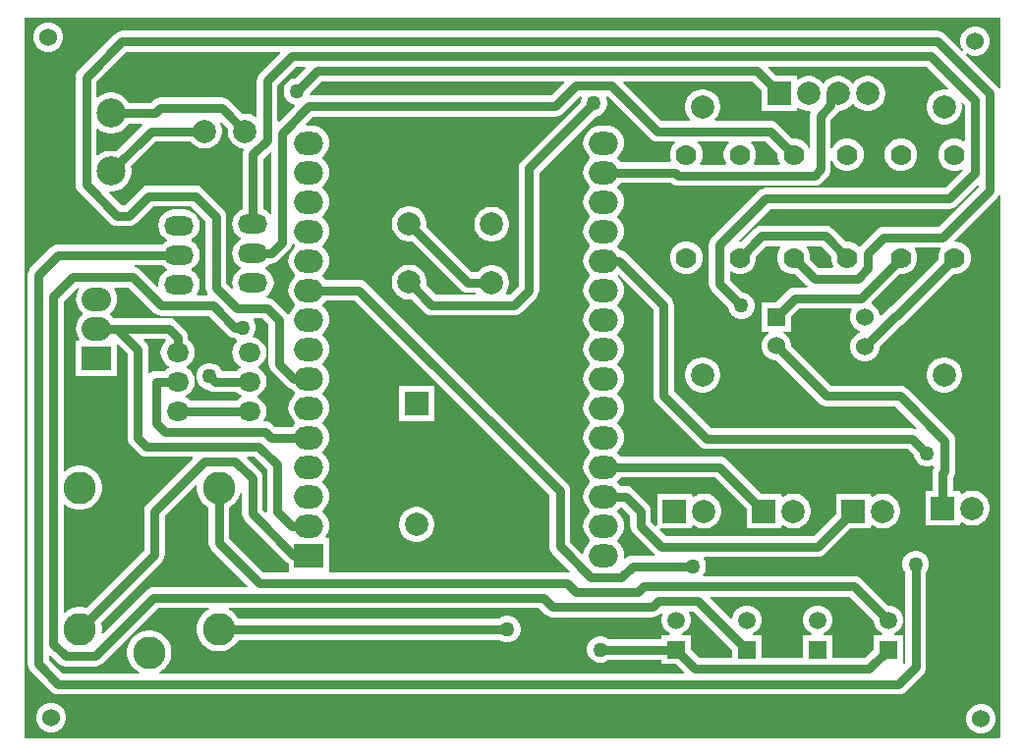
<source format=gbl>
G04*
G04 #@! TF.GenerationSoftware,Altium Limited,Altium Designer,21.3.2 (30)*
G04*
G04 Layer_Physical_Order=2*
G04 Layer_Color=16711680*
%FSTAX24Y24*%
%MOIN*%
G70*
G04*
G04 #@! TF.SameCoordinates,FD8D8422-8178-4DE3-8D18-A0C0927E7843*
G04*
G04*
G04 #@! TF.FilePolarity,Positive*
G04*
G01*
G75*
%ADD43C,0.0300*%
%ADD44C,0.0600*%
%ADD45C,0.0984*%
%ADD46O,0.0750X0.0650*%
%ADD47O,0.1000X0.0660*%
%ADD48R,0.1000X0.0800*%
%ADD49O,0.1000X0.0800*%
%ADD50R,0.0787X0.0787*%
%ADD51C,0.0787*%
%ADD52C,0.0787*%
%ADD53C,0.0700*%
%ADD54O,0.0984X0.0787*%
%ADD55R,0.0984X0.0787*%
%ADD56R,0.0591X0.0591*%
%ADD57C,0.0591*%
%ADD58C,0.1100*%
%ADD59R,0.0600X0.0600*%
%ADD60R,0.0787X0.0787*%
%ADD61C,0.0500*%
G36*
X06095Y041378D02*
X060928Y041367D01*
X0609Y041364D01*
X06085Y04143D01*
X059779Y0425D01*
X05981Y04254D01*
X059907Y042484D01*
X060034Y04245D01*
X060166D01*
X060293Y042484D01*
X060407Y04255D01*
X0605Y042643D01*
X060566Y042757D01*
X0606Y042884D01*
Y043016D01*
X060566Y043143D01*
X0605Y043257D01*
X060407Y04335D01*
X060293Y043416D01*
X060166Y04345D01*
X060034D01*
X059907Y043416D01*
X059793Y04335D01*
X0597Y043257D01*
X059634Y043143D01*
X0596Y043016D01*
Y042884D01*
X059634Y042757D01*
X05969Y04266D01*
X05965Y042629D01*
X05908Y0432D01*
X059007Y043256D01*
X058921Y043291D01*
X05883Y043303D01*
X03117D01*
X031079Y043291D01*
X030993Y043256D01*
X03092Y0432D01*
X02969Y04197D01*
X029634Y041897D01*
X029599Y041811D01*
X029587Y04172D01*
Y03809D01*
X029599Y037999D01*
X029634Y037913D01*
X02969Y03784D01*
X03075Y03678D01*
X030823Y036724D01*
X030909Y036689D01*
X031Y036677D01*
X03139D01*
X031481Y036689D01*
X031567Y036724D01*
X03164Y03678D01*
X032206Y037347D01*
X033504D01*
X033997Y036854D01*
Y03459D01*
X034009Y034499D01*
X034044Y034413D01*
X034068Y034383D01*
X034043Y034333D01*
X033713D01*
X033691Y034378D01*
X033733Y034433D01*
X033786Y034562D01*
X033805Y0347D01*
X033786Y034838D01*
X033733Y034967D01*
X033648Y035078D01*
X033537Y035163D01*
X033508Y035175D01*
Y035225D01*
X033537Y035237D01*
X033648Y035322D01*
X033733Y035433D01*
X033786Y035562D01*
X033805Y0357D01*
X033786Y035838D01*
X033733Y035967D01*
X033648Y036078D01*
X033537Y036163D01*
X033508Y036175D01*
Y036225D01*
X033537Y036237D01*
X033648Y036322D01*
X033733Y036433D01*
X033786Y036562D01*
X033805Y0367D01*
X033786Y036838D01*
X033733Y036967D01*
X033648Y037078D01*
X033537Y037163D01*
X033408Y037216D01*
X03327Y037235D01*
X03293D01*
X032792Y037216D01*
X032663Y037163D01*
X032552Y037078D01*
X032467Y036967D01*
X032414Y036838D01*
X032395Y0367D01*
X032414Y036562D01*
X032467Y036433D01*
X032552Y036322D01*
X032663Y036237D01*
X032692Y036225D01*
Y036175D01*
X032663Y036163D01*
X032552Y036078D01*
X032533Y036053D01*
X029D01*
X028909Y036041D01*
X028823Y036006D01*
X02875Y03595D01*
X02807Y03527D01*
X028014Y035197D01*
X027979Y035111D01*
X027967Y03502D01*
Y02181D01*
X027979Y021719D01*
X028014Y021633D01*
X02807Y02156D01*
X02875Y02088D01*
X028823Y020824D01*
X028909Y020789D01*
X029Y020777D01*
X0575D01*
X057591Y020789D01*
X057677Y020824D01*
X05775Y02088D01*
X05833Y02146D01*
X058386Y021533D01*
X058421Y021619D01*
X058433Y02171D01*
Y024917D01*
X05844Y024924D01*
X058499Y025026D01*
X05853Y025141D01*
Y025259D01*
X058499Y025374D01*
X05844Y025476D01*
X058356Y02556D01*
X058254Y025619D01*
X058139Y02565D01*
X058021D01*
X057906Y025619D01*
X057804Y02556D01*
X05772Y025476D01*
X057661Y025374D01*
X05763Y025259D01*
Y025141D01*
X057661Y025026D01*
X05772Y024924D01*
X057727Y024917D01*
Y021858D01*
X057689Y021827D01*
X057645Y021845D01*
Y022795D01*
X057366D01*
X057353Y022845D01*
X057454Y022904D01*
X057546Y022996D01*
X057612Y023109D01*
X057645Y023235D01*
Y023365D01*
X057612Y023491D01*
X057546Y023604D01*
X057454Y023696D01*
X057341Y023762D01*
X057215Y023795D01*
X057154D01*
X056254Y024695D01*
X056181Y024751D01*
X056096Y024786D01*
X056005Y024798D01*
X05089D01*
X050871Y024844D01*
X05088Y024854D01*
X050939Y024956D01*
X05097Y025071D01*
Y025189D01*
X050939Y025304D01*
X050891Y025387D01*
X050916Y025437D01*
X054757D01*
X054848Y025449D01*
X054933Y025484D01*
X055006Y02554D01*
X055872Y026406D01*
X05656D01*
Y026497D01*
X05661Y026524D01*
X056685Y026474D01*
X056793Y026429D01*
X056908Y026406D01*
X057025D01*
X05714Y026429D01*
X057248Y026474D01*
X057345Y026539D01*
X057428Y026622D01*
X057493Y026719D01*
X057538Y026827D01*
X05756Y026942D01*
Y027058D01*
X057538Y027173D01*
X057493Y027281D01*
X057428Y027378D01*
X057345Y027461D01*
X057248Y027526D01*
X05714Y027571D01*
X057025Y027594D01*
X056908D01*
X056793Y027571D01*
X056685Y027526D01*
X05661Y027476D01*
X05656Y027503D01*
Y027594D01*
X055373D01*
Y026906D01*
X05461Y026143D01*
X049606D01*
X049389Y02636D01*
X049408Y026406D01*
X050494D01*
Y026497D01*
X050544Y026524D01*
X050619Y026474D01*
X050727Y026429D01*
X050842Y026406D01*
X050958D01*
X051073Y026429D01*
X051181Y026474D01*
X051278Y026539D01*
X051361Y026622D01*
X051426Y026719D01*
X051471Y026827D01*
X051494Y026942D01*
Y027058D01*
X051471Y027173D01*
X051426Y027281D01*
X051361Y027378D01*
X051278Y027461D01*
X051181Y027526D01*
X051073Y027571D01*
X050958Y027594D01*
X050842D01*
X050727Y027571D01*
X050619Y027526D01*
X050544Y027476D01*
X050494Y027503D01*
Y027594D01*
X049306D01*
Y026508D01*
X04926Y026489D01*
X049103Y026646D01*
Y027D01*
X049091Y027091D01*
X049056Y027177D01*
X049Y02725D01*
X0485Y02775D01*
X048427Y027806D01*
X048341Y027841D01*
X04825Y027853D01*
X048077D01*
X04802Y027922D01*
X047964Y027968D01*
Y028032D01*
X04802Y028078D01*
X048077Y028147D01*
X051287D01*
X05234Y027094D01*
Y026406D01*
X053527D01*
Y026497D01*
X053577Y026524D01*
X053652Y026474D01*
X05376Y026429D01*
X053875Y026406D01*
X053992D01*
X054107Y026429D01*
X054215Y026474D01*
X054312Y026539D01*
X054394Y026622D01*
X054459Y026719D01*
X054504Y026827D01*
X054527Y026942D01*
Y027058D01*
X054504Y027173D01*
X054459Y027281D01*
X054394Y027378D01*
X054312Y027461D01*
X054215Y027526D01*
X054107Y027571D01*
X053992Y027594D01*
X053875D01*
X05376Y027571D01*
X053652Y027526D01*
X053577Y027476D01*
X053527Y027503D01*
Y027594D01*
X052839D01*
X051683Y02875D01*
X05161Y028806D01*
X051525Y028841D01*
X051433Y028853D01*
X048077D01*
X04802Y028922D01*
X047964Y028968D01*
Y029032D01*
X04802Y029078D01*
X048094Y029169D01*
X04815Y029272D01*
X048184Y029384D01*
X048195Y0295D01*
X048184Y029616D01*
X04815Y029728D01*
X048094Y029831D01*
X04802Y029922D01*
X047964Y029968D01*
Y030032D01*
X04802Y030078D01*
X048094Y030169D01*
X04815Y030272D01*
X048184Y030384D01*
X048195Y0305D01*
X048184Y030616D01*
X04815Y030728D01*
X048094Y030831D01*
X04802Y030922D01*
X047964Y030968D01*
Y031032D01*
X04802Y031078D01*
X048094Y031169D01*
X04815Y031272D01*
X048184Y031384D01*
X048195Y0315D01*
X048184Y031616D01*
X04815Y031728D01*
X048094Y031831D01*
X04802Y031922D01*
X047964Y031968D01*
Y032032D01*
X04802Y032078D01*
X048094Y032169D01*
X04815Y032272D01*
X048184Y032384D01*
X048195Y0325D01*
X048184Y032616D01*
X04815Y032728D01*
X048094Y032831D01*
X04802Y032922D01*
X047964Y032968D01*
Y033032D01*
X04802Y033078D01*
X048094Y033169D01*
X04815Y033272D01*
X048184Y033384D01*
X048195Y0335D01*
X048184Y033616D01*
X04815Y033728D01*
X048094Y033831D01*
X04802Y033922D01*
X047964Y033968D01*
Y034032D01*
X04802Y034078D01*
X048094Y034169D01*
X04815Y034272D01*
X048184Y034384D01*
X048195Y0345D01*
X048184Y034616D01*
X04815Y034728D01*
X048094Y034831D01*
X04802Y034922D01*
X047986Y03495D01*
X047993Y035007D01*
X048014Y035016D01*
X049177Y033854D01*
Y03093D01*
X049189Y030839D01*
X049224Y030753D01*
X04928Y03068D01*
X05075Y02921D01*
X050823Y029154D01*
X050909Y029119D01*
X051Y029107D01*
X057824D01*
X05802Y028911D01*
Y028901D01*
X058051Y028786D01*
X05811Y028684D01*
X058194Y0286D01*
X058296Y028541D01*
X058411Y02851D01*
X058529D01*
X058644Y028541D01*
X058657Y028548D01*
X058705Y028523D01*
X05871Y028487D01*
X058694Y028467D01*
X058659Y028381D01*
X058647Y02829D01*
Y027694D01*
X058406D01*
Y026506D01*
X059594D01*
Y026597D01*
X059644Y026624D01*
X059719Y026574D01*
X059827Y026529D01*
X059942Y026506D01*
X060058D01*
X060173Y026529D01*
X060281Y026574D01*
X060378Y026639D01*
X060461Y026722D01*
X060526Y026819D01*
X060571Y026927D01*
X060594Y027042D01*
Y027158D01*
X060571Y027273D01*
X060526Y027381D01*
X060461Y027478D01*
X060378Y027561D01*
X060281Y027626D01*
X060173Y027671D01*
X060058Y027694D01*
X059942D01*
X059827Y027671D01*
X059719Y027626D01*
X059644Y027576D01*
X059594Y027603D01*
Y027694D01*
X059353D01*
Y028154D01*
X059376Y028183D01*
X059411Y028269D01*
X059423Y02836D01*
Y02939D01*
X059423Y02939D01*
X059411Y029481D01*
X059376Y029567D01*
X05932Y02964D01*
X0578Y03116D01*
X057727Y031216D01*
X057641Y031251D01*
X05755Y031263D01*
X055191D01*
X053851Y032602D01*
Y032669D01*
X053817Y032796D01*
X053752Y03291D01*
X053658Y033003D01*
X053587Y033044D01*
X053601Y033094D01*
X05384D01*
Y033595D01*
X054125Y03388D01*
X055898D01*
X055923Y033837D01*
X055894Y033787D01*
X05586Y03366D01*
Y033528D01*
X055894Y033401D01*
X05596Y033287D01*
X056053Y033194D01*
X056167Y033128D01*
X056204Y033119D01*
Y033067D01*
X056167Y033057D01*
X056053Y032991D01*
X05596Y032898D01*
X055894Y032784D01*
X05586Y032657D01*
Y032525D01*
X055894Y032398D01*
X05596Y032284D01*
X056053Y032191D01*
X056167Y032125D01*
X056295Y032091D01*
X056426D01*
X056553Y032125D01*
X056667Y032191D01*
X056761Y032284D01*
X056826Y032398D01*
X05686Y032525D01*
Y032592D01*
X057583Y033314D01*
X057607Y033324D01*
X05768Y03338D01*
X059349Y03505D01*
X059472D01*
X059612Y035087D01*
X059738Y03516D01*
X05984Y035262D01*
X059913Y035388D01*
X05995Y035528D01*
Y035672D01*
X059913Y035812D01*
X05984Y035938D01*
X059738Y03604D01*
X059612Y036113D01*
X059472Y03615D01*
X059415D01*
X059395Y036196D01*
X06085Y03765D01*
X0609Y037716D01*
X060928Y037713D01*
X06095Y037702D01*
Y019315D01*
X060904Y019296D01*
X0609Y0193D01*
X02785D01*
Y04375D01*
X06095D01*
Y041378D01*
D02*
G37*
G36*
X059187Y041354D02*
X059162Y041308D01*
X059108Y041319D01*
X058992D01*
X058877Y041296D01*
X058769Y041251D01*
X058672Y041186D01*
X058589Y041103D01*
X058524Y041006D01*
X058479Y040898D01*
X058456Y040783D01*
Y040667D01*
X058479Y040552D01*
X058524Y040444D01*
X058589Y040347D01*
X058672Y040264D01*
X058769Y040199D01*
X058877Y040154D01*
X058992Y040131D01*
X059108D01*
X059223Y040154D01*
X059331Y040199D01*
X059428Y040264D01*
X059511Y040347D01*
X059576Y040444D01*
X059621Y040552D01*
X059644Y040667D01*
Y040783D01*
X059633Y040837D01*
X059679Y040862D01*
X059747Y040794D01*
Y039592D01*
X059697Y039564D01*
X059612Y039613D01*
X059472Y03965D01*
X059328D01*
X059188Y039613D01*
X059062Y03954D01*
X05896Y039438D01*
X058887Y039312D01*
X05885Y039172D01*
Y039028D01*
X058887Y038888D01*
X05896Y038762D01*
X059062Y03866D01*
X059188Y038587D01*
X059328Y03855D01*
X059472D01*
X059612Y038587D01*
X059648Y038608D01*
X059679Y038568D01*
X059084Y037973D01*
X053D01*
X052909Y037961D01*
X052823Y037926D01*
X05275Y03787D01*
X05117Y03629D01*
X051114Y036217D01*
X051079Y036131D01*
X051067Y03604D01*
Y03472D01*
X051079Y034629D01*
X051114Y034543D01*
X05117Y03447D01*
X05172Y033921D01*
Y033911D01*
X051751Y033796D01*
X05181Y033694D01*
X051894Y03361D01*
X051996Y033551D01*
X052111Y03352D01*
X052229D01*
X052344Y033551D01*
X052446Y03361D01*
X05253Y033694D01*
X052589Y033796D01*
X05262Y033911D01*
Y034029D01*
X052589Y034144D01*
X05253Y034246D01*
X052446Y03433D01*
X052344Y034389D01*
X052229Y03442D01*
X052219D01*
X051773Y034866D01*
Y035108D01*
X051823Y035136D01*
X051908Y035087D01*
X052048Y03505D01*
X052192D01*
X052332Y035087D01*
X052458Y03516D01*
X05256Y035262D01*
X052633Y035388D01*
X05267Y035528D01*
Y035651D01*
X053006Y035987D01*
X053484D01*
X053503Y035941D01*
X0535Y035938D01*
X053427Y035812D01*
X05339Y035672D01*
Y035528D01*
X053427Y035388D01*
X0535Y035262D01*
X053602Y03516D01*
X053728Y035087D01*
X053868Y03505D01*
X053991D01*
X05439Y03465D01*
X05439Y03465D01*
X054409Y034636D01*
X054392Y034586D01*
X053979D01*
X053887Y034574D01*
X053802Y034539D01*
X053729Y034483D01*
X05334Y034094D01*
X05284D01*
Y033094D01*
X053102D01*
X053116Y033044D01*
X053044Y033003D01*
X052951Y03291D01*
X052885Y032796D01*
X052851Y032669D01*
Y032537D01*
X052885Y03241D01*
X052951Y032296D01*
X053044Y032203D01*
X053158Y032137D01*
X053286Y032103D01*
X053352D01*
X054795Y03066D01*
X054868Y030604D01*
X054953Y030569D01*
X055044Y030557D01*
X057404D01*
X058137Y029824D01*
X058109Y029781D01*
X058061Y029801D01*
X05797Y029813D01*
X051146D01*
X049883Y031076D01*
Y034D01*
X049871Y034091D01*
X049836Y034177D01*
X04978Y03425D01*
X04828Y03575D01*
X048207Y035806D01*
X048121Y035841D01*
X048082Y035846D01*
X04802Y035922D01*
X047964Y035968D01*
Y036032D01*
X04802Y036078D01*
X048094Y036169D01*
X04815Y036272D01*
X048184Y036384D01*
X048195Y0365D01*
X048184Y036616D01*
X04815Y036728D01*
X048094Y036831D01*
X04802Y036922D01*
X047964Y036968D01*
Y037032D01*
X04802Y037078D01*
X048094Y037169D01*
X04815Y037272D01*
X048184Y037384D01*
X048195Y0375D01*
X048184Y037616D01*
X04815Y037728D01*
X048094Y037831D01*
X04802Y037922D01*
X047964Y037968D01*
Y038032D01*
X04802Y038078D01*
X048077Y038147D01*
X049785D01*
X049853Y038094D01*
X049939Y038059D01*
X05003Y038047D01*
X05464D01*
X054731Y038059D01*
X054817Y038094D01*
X05489Y03815D01*
X0551Y03836D01*
X055156Y038433D01*
X055191Y038519D01*
X055203Y03861D01*
Y03887D01*
X055209Y038872D01*
X055253Y038878D01*
X05532Y038762D01*
X055422Y03866D01*
X055548Y038587D01*
X055688Y03855D01*
X055832D01*
X055972Y038587D01*
X056098Y03866D01*
X0562Y038762D01*
X056273Y038888D01*
X05631Y039028D01*
Y039172D01*
X056273Y039312D01*
X0562Y039438D01*
X056098Y03954D01*
X055972Y039613D01*
X055832Y03965D01*
X055688D01*
X055548Y039613D01*
X055422Y03954D01*
X05532Y039438D01*
X055253Y039322D01*
X055209Y039328D01*
X055203Y03933D01*
Y040284D01*
X05545Y04053D01*
X055489Y040581D01*
X055508D01*
X055623Y040604D01*
X055731Y040649D01*
X055828Y040714D01*
X055911Y040797D01*
X055925Y040817D01*
X055975D01*
X055989Y040797D01*
X056072Y040714D01*
X056169Y040649D01*
X056277Y040604D01*
X056392Y040581D01*
X056508D01*
X056623Y040604D01*
X056731Y040649D01*
X056828Y040714D01*
X056911Y040797D01*
X056976Y040894D01*
X057021Y041002D01*
X057044Y041117D01*
Y041233D01*
X057021Y041348D01*
X056976Y041456D01*
X056911Y041553D01*
X056828Y041636D01*
X056731Y041701D01*
X056623Y041746D01*
X056508Y041769D01*
X056392D01*
X056277Y041746D01*
X056169Y041701D01*
X056072Y041636D01*
X055989Y041553D01*
X055975Y041533D01*
X055925D01*
X055911Y041553D01*
X055828Y041636D01*
X055731Y041701D01*
X055623Y041746D01*
X055508Y041769D01*
X055392D01*
X055277Y041746D01*
X055169Y041701D01*
X055072Y041636D01*
X054989Y041553D01*
X054975Y041533D01*
X054925D01*
X054911Y041553D01*
X054828Y041636D01*
X054731Y041701D01*
X054623Y041746D01*
X054508Y041769D01*
X054392D01*
X054277Y041746D01*
X054169Y041701D01*
X054094Y041651D01*
X054044Y041678D01*
Y041769D01*
X053356D01*
X053073Y042051D01*
X053093Y042097D01*
X058444D01*
X059187Y041354D01*
D02*
G37*
G36*
X046172Y041551D02*
X045724Y041103D01*
X037558D01*
X037527Y041143D01*
X03754Y041191D01*
Y041201D01*
X037936Y041597D01*
X046152D01*
X046172Y041551D01*
D02*
G37*
G36*
X036529Y042551D02*
X035831Y041853D01*
X035775Y04178D01*
X03574Y041695D01*
X035728Y041603D01*
Y040413D01*
X035678Y040387D01*
X035618Y040426D01*
X03551Y040471D01*
X035395Y040494D01*
X035279D01*
X035249Y040488D01*
X034797Y04094D01*
X034724Y040996D01*
X034639Y041031D01*
X034547Y041043D01*
X03246D01*
X032368Y041031D01*
X032283Y040996D01*
X03221Y04094D01*
X032134Y040863D01*
X031383D01*
X031324Y040952D01*
X031228Y041048D01*
X031114Y041124D01*
X030989Y041176D01*
X030855Y041203D01*
X030718D01*
X030585Y041176D01*
X030459Y041124D01*
X030345Y041048D01*
X030339Y041042D01*
X030293Y041061D01*
Y041574D01*
X031316Y042597D01*
X03651D01*
X036529Y042551D01*
D02*
G37*
G36*
X037392Y042051D02*
X037041Y0417D01*
X037031D01*
X036916Y041669D01*
X036814Y04161D01*
X03673Y041526D01*
X036671Y041424D01*
X03664Y041309D01*
Y041191D01*
X036671Y041076D01*
X03673Y040974D01*
X036814Y04089D01*
X036916Y040831D01*
X036991Y040811D01*
X037006Y040755D01*
X03648Y040229D01*
X036434Y040248D01*
Y041457D01*
X037074Y042097D01*
X037372D01*
X037392Y042051D01*
D02*
G37*
G36*
X031853Y040107D02*
X030959Y039213D01*
X030855Y039234D01*
X030718D01*
X030585Y039207D01*
X030459Y039155D01*
X030345Y03908D01*
X030339Y039073D01*
X030293Y039092D01*
Y03996D01*
X030339Y039979D01*
X030345Y039973D01*
X030459Y039897D01*
X030585Y039845D01*
X030718Y039818D01*
X030855D01*
X030989Y039845D01*
X031114Y039897D01*
X031228Y039973D01*
X031324Y040069D01*
X031383Y040157D01*
X031832D01*
X031853Y040107D01*
D02*
G37*
G36*
X052856Y041269D02*
Y040581D01*
X054044D01*
Y040672D01*
X054094Y040699D01*
X054169Y040649D01*
X054277Y040604D01*
X054392Y040581D01*
X05448D01*
X054514Y040534D01*
X054509Y040521D01*
X054497Y04043D01*
Y03933D01*
X054491Y039328D01*
X054447Y039322D01*
X05438Y039438D01*
X054278Y03954D01*
X054152Y039613D01*
X054012Y03965D01*
X053889D01*
X05339Y04015D01*
X053317Y040206D01*
X053231Y040241D01*
X05314Y040253D01*
X051288D01*
X051268Y040303D01*
X051311Y040347D01*
X051376Y040444D01*
X051421Y040552D01*
X051444Y040667D01*
Y040783D01*
X051421Y040898D01*
X051376Y041006D01*
X051311Y041103D01*
X051228Y041186D01*
X051131Y041251D01*
X051023Y041296D01*
X050908Y041319D01*
X050792D01*
X050677Y041296D01*
X050569Y041251D01*
X050472Y041186D01*
X050389Y041103D01*
X050324Y041006D01*
X050279Y040898D01*
X050256Y040783D01*
Y040667D01*
X050279Y040552D01*
X050324Y040444D01*
X050389Y040347D01*
X050432Y040303D01*
X050412Y040253D01*
X049466D01*
X048169Y041551D01*
X048188Y041597D01*
X052529D01*
X052856Y041269D01*
D02*
G37*
G36*
X034749Y039989D02*
X034743Y039959D01*
Y039842D01*
X034766Y039727D01*
X034811Y039619D01*
X034876Y039522D01*
X034959Y039439D01*
X035056Y039374D01*
X035164Y039329D01*
X035253Y039312D01*
X035281Y039264D01*
X035281Y039257D01*
X035259Y039203D01*
X035247Y039111D01*
Y037247D01*
X035166Y037213D01*
X035055Y037128D01*
X03497Y037017D01*
X034916Y036888D01*
X034898Y03675D01*
X034916Y036612D01*
X03497Y036483D01*
X035055Y036372D01*
X035166Y036287D01*
X035195Y036275D01*
Y036225D01*
X035166Y036213D01*
X035055Y036128D01*
X03497Y036017D01*
X034916Y035888D01*
X034898Y03575D01*
X034916Y035612D01*
X03497Y035483D01*
X035055Y035372D01*
X035166Y035287D01*
X035195Y035275D01*
Y035225D01*
X035166Y035213D01*
X035055Y035128D01*
X03497Y035017D01*
X034916Y034888D01*
X034898Y03475D01*
X034916Y034612D01*
X034929Y034581D01*
X034887Y034552D01*
X034703Y034736D01*
Y037D01*
X034691Y037091D01*
X034656Y037177D01*
X0346Y03725D01*
X0346Y03725D01*
X0339Y03795D01*
X033827Y038006D01*
X033741Y038041D01*
X03365Y038053D01*
X03206D01*
X031969Y038041D01*
X031883Y038006D01*
X03181Y03795D01*
X031244Y037383D01*
X031146D01*
X030729Y0378D01*
X03075Y03785D01*
X030855D01*
X030989Y037876D01*
X031114Y037929D01*
X031228Y038004D01*
X031324Y038101D01*
X0314Y038214D01*
X031452Y03834D01*
X031479Y038474D01*
Y03861D01*
X031458Y038714D01*
X032291Y039547D01*
X033485D01*
X033502Y039522D01*
X033585Y039439D01*
X033682Y039374D01*
X03379Y039329D01*
X033905Y039307D01*
X034021D01*
X034136Y039329D01*
X034244Y039374D01*
X034341Y039439D01*
X034424Y039522D01*
X034489Y039619D01*
X034534Y039727D01*
X034557Y039842D01*
Y039959D01*
X034534Y040073D01*
X034489Y040181D01*
X034531Y040207D01*
X034749Y039989D01*
D02*
G37*
G36*
X05339Y039151D02*
Y039028D01*
X053427Y038888D01*
X053476Y038803D01*
X053448Y038753D01*
X052612D01*
X052584Y038803D01*
X052633Y038888D01*
X05267Y039028D01*
Y039172D01*
X052633Y039312D01*
X05256Y039438D01*
X052501Y039497D01*
X052522Y039547D01*
X052994D01*
X05339Y039151D01*
D02*
G37*
G36*
X051739Y039497D02*
X05168Y039438D01*
X051607Y039312D01*
X05157Y039172D01*
Y039028D01*
X051607Y038888D01*
X051656Y038803D01*
X051628Y038753D01*
X050792D01*
X050764Y038803D01*
X050813Y038888D01*
X05085Y039028D01*
Y039172D01*
X050813Y039312D01*
X05074Y039438D01*
X050681Y039497D01*
X050702Y039547D01*
X051718D01*
X051739Y039497D01*
D02*
G37*
G36*
X036228Y039175D02*
Y037106D01*
X03618Y037089D01*
X036151Y037128D01*
X03604Y037213D01*
X035953Y037249D01*
Y038965D01*
X036182Y039194D01*
X036228Y039175D01*
D02*
G37*
G36*
X060224Y038044D02*
X060227Y038026D01*
X058854Y036653D01*
X057D01*
X056909Y036641D01*
X056823Y036606D01*
X05675Y03655D01*
X05621Y03601D01*
X056198Y035993D01*
X056148Y03599D01*
X056098Y03604D01*
X055972Y036113D01*
X055832Y03615D01*
X055709D01*
X05527Y03659D01*
X055197Y036646D01*
X055111Y036681D01*
X05502Y036693D01*
X05286D01*
X052769Y036681D01*
X052683Y036646D01*
X05261Y03659D01*
X052171Y03615D01*
X0521D01*
X052079Y0362D01*
X053146Y037267D01*
X05923D01*
X059321Y037279D01*
X059407Y037314D01*
X05948Y03737D01*
X060171Y038062D01*
X060224Y038044D01*
D02*
G37*
G36*
X05521Y035651D02*
Y035528D01*
X055247Y035388D01*
X055296Y035303D01*
X055268Y035253D01*
X054786D01*
X05449Y035549D01*
Y035672D01*
X054453Y035812D01*
X05438Y035938D01*
X054377Y035941D01*
X054396Y035987D01*
X054874D01*
X05521Y035651D01*
D02*
G37*
G36*
X032552Y035322D02*
X032663Y035237D01*
X032692Y035225D01*
Y035175D01*
X032663Y035163D01*
X032552Y035078D01*
X032467Y034967D01*
X032414Y034838D01*
X032395Y0347D01*
X032403Y034643D01*
X032358Y034621D01*
X03178Y0352D01*
X031707Y035256D01*
X031621Y035291D01*
X031576Y035297D01*
X031579Y035347D01*
X032533D01*
X032552Y035322D01*
D02*
G37*
G36*
X049071Y03965D02*
X049144Y039594D01*
X049229Y039559D01*
X04932Y039547D01*
X049898D01*
X049919Y039497D01*
X04986Y039438D01*
X049787Y039312D01*
X04975Y039172D01*
Y039028D01*
X049783Y038903D01*
X049756Y038853D01*
X048077D01*
X04802Y038922D01*
X047964Y038968D01*
Y039032D01*
X04802Y039078D01*
X048094Y039169D01*
X04815Y039272D01*
X048184Y039384D01*
X048195Y0395D01*
X048184Y039616D01*
X04815Y039728D01*
X048094Y039831D01*
X04802Y039922D01*
X04793Y039996D01*
X047827Y040051D01*
X047715Y040085D01*
X047598Y040097D01*
X047402D01*
X047285Y040085D01*
X047173Y040051D01*
X04707Y039996D01*
X04698Y039922D01*
X046906Y039831D01*
X04685Y039728D01*
X046816Y039616D01*
X046805Y0395D01*
X046816Y039384D01*
X04685Y039272D01*
X046906Y039169D01*
X04698Y039078D01*
X047036Y039032D01*
Y038968D01*
X04698Y038922D01*
X046906Y038831D01*
X04685Y038728D01*
X046816Y038616D01*
X046805Y0385D01*
X046816Y038384D01*
X04685Y038272D01*
X046906Y038169D01*
X04698Y038078D01*
X047036Y038032D01*
Y037968D01*
X04698Y037922D01*
X046906Y037831D01*
X04685Y037728D01*
X046816Y037616D01*
X046805Y0375D01*
X046816Y037384D01*
X04685Y037272D01*
X046906Y037169D01*
X04698Y037078D01*
X047036Y037032D01*
Y036968D01*
X04698Y036922D01*
X046906Y036831D01*
X04685Y036728D01*
X046816Y036616D01*
X046805Y0365D01*
X046816Y036384D01*
X04685Y036272D01*
X046906Y036169D01*
X04698Y036078D01*
X047036Y036032D01*
Y035968D01*
X04698Y035922D01*
X046906Y035831D01*
X04685Y035728D01*
X046816Y035616D01*
X046805Y0355D01*
X046816Y035384D01*
X04685Y035272D01*
X046906Y035169D01*
X04698Y035078D01*
X047036Y035032D01*
Y034968D01*
X04698Y034922D01*
X046906Y034831D01*
X04685Y034728D01*
X046816Y034616D01*
X046805Y0345D01*
X046816Y034384D01*
X04685Y034272D01*
X046906Y034169D01*
X04698Y034078D01*
X047036Y034032D01*
Y033968D01*
X04698Y033922D01*
X046906Y033831D01*
X04685Y033728D01*
X046816Y033616D01*
X046805Y0335D01*
X046816Y033384D01*
X04685Y033272D01*
X046906Y033169D01*
X04698Y033078D01*
X047036Y033032D01*
Y032968D01*
X04698Y032922D01*
X046906Y032831D01*
X04685Y032728D01*
X046816Y032616D01*
X046805Y0325D01*
X046816Y032384D01*
X04685Y032272D01*
X046906Y032169D01*
X04698Y032078D01*
X047036Y032032D01*
Y031968D01*
X04698Y031922D01*
X046906Y031831D01*
X04685Y031728D01*
X046816Y031616D01*
X046805Y0315D01*
X046816Y031384D01*
X04685Y031272D01*
X046906Y031169D01*
X04698Y031078D01*
X047036Y031032D01*
Y030968D01*
X04698Y030922D01*
X046906Y030831D01*
X04685Y030728D01*
X046816Y030616D01*
X046805Y0305D01*
X046816Y030384D01*
X04685Y030272D01*
X046906Y030169D01*
X04698Y030078D01*
X047036Y030032D01*
Y029968D01*
X04698Y029922D01*
X046906Y029831D01*
X04685Y029728D01*
X046816Y029616D01*
X046805Y0295D01*
X046816Y029384D01*
X04685Y029272D01*
X046906Y029169D01*
X04698Y029078D01*
X047036Y029032D01*
Y028968D01*
X04698Y028922D01*
X046906Y028831D01*
X04685Y028728D01*
X046816Y028616D01*
X046805Y0285D01*
X046816Y028384D01*
X04685Y028272D01*
X046906Y028169D01*
X04698Y028078D01*
X047036Y028032D01*
Y027968D01*
X04698Y027922D01*
X046906Y027831D01*
X04685Y027728D01*
X046816Y027616D01*
X046805Y0275D01*
X046816Y027384D01*
X04685Y027272D01*
X046906Y027169D01*
X04698Y027078D01*
X047036Y027032D01*
Y026968D01*
X04698Y026922D01*
X046906Y026831D01*
X04685Y026728D01*
X046816Y026616D01*
X046805Y0265D01*
X046816Y026384D01*
X04685Y026272D01*
X046906Y026169D01*
X04698Y026078D01*
X047036Y026032D01*
Y025968D01*
X04698Y025922D01*
X046906Y025831D01*
X04685Y025728D01*
X046816Y025616D01*
X046812Y02557D01*
X046765Y025553D01*
X046359Y025959D01*
Y027694D01*
X046347Y027785D01*
X046312Y02787D01*
X046256Y027943D01*
X046256Y027943D01*
X03945Y03475D01*
X039377Y034806D01*
X039291Y034841D01*
X0392Y034853D01*
X038077D01*
X03802Y034922D01*
X037964Y034968D01*
Y035032D01*
X03802Y035078D01*
X038094Y035169D01*
X03815Y035272D01*
X038184Y035384D01*
X038195Y0355D01*
X038184Y035616D01*
X03815Y035728D01*
X038094Y035831D01*
X03802Y035922D01*
X037964Y035968D01*
Y036032D01*
X03802Y036078D01*
X038094Y036169D01*
X03815Y036272D01*
X038184Y036384D01*
X038195Y0365D01*
X038184Y036616D01*
X03815Y036728D01*
X038094Y036831D01*
X03802Y036922D01*
X037964Y036968D01*
Y037032D01*
X03802Y037078D01*
X038094Y037169D01*
X03815Y037272D01*
X038184Y037384D01*
X038195Y0375D01*
X038184Y037616D01*
X03815Y037728D01*
X038094Y037831D01*
X03802Y037922D01*
X037964Y037968D01*
Y038032D01*
X03802Y038078D01*
X038094Y038169D01*
X03815Y038272D01*
X038184Y038384D01*
X038195Y0385D01*
X038184Y038616D01*
X03815Y038728D01*
X038094Y038831D01*
X03802Y038922D01*
X037964Y038968D01*
Y039032D01*
X03802Y039078D01*
X038094Y039169D01*
X03815Y039272D01*
X038184Y039384D01*
X038195Y0395D01*
X038184Y039616D01*
X03815Y039728D01*
X038094Y039831D01*
X03802Y039922D01*
X03793Y039996D01*
X037827Y040051D01*
X037715Y040085D01*
X037598Y040097D01*
X037417D01*
X037392Y040143D01*
X037646Y040397D01*
X04587D01*
X045961Y040409D01*
X046047Y040444D01*
X04612Y0405D01*
X046699Y041079D01*
X046724Y041077D01*
X046751Y041024D01*
X046751Y041024D01*
X04672Y040909D01*
Y040899D01*
X04471Y03889D01*
X044654Y038817D01*
X044619Y038731D01*
X044607Y03864D01*
Y034646D01*
X044314Y034353D01*
X044202D01*
X044176Y034403D01*
X044226Y034478D01*
X044271Y034586D01*
X044294Y034701D01*
Y034818D01*
X044271Y034933D01*
X044226Y035041D01*
X044161Y035138D01*
X044078Y035221D01*
X043981Y035286D01*
X043873Y03533D01*
X043758Y035353D01*
X043642D01*
X043527Y03533D01*
X043419Y035286D01*
X043322Y035221D01*
X043239Y035138D01*
X043222Y035113D01*
X043037D01*
X041488Y036662D01*
X041494Y036692D01*
Y036808D01*
X041471Y036923D01*
X041426Y037031D01*
X041361Y037128D01*
X041278Y037211D01*
X041181Y037276D01*
X041073Y037321D01*
X040958Y037344D01*
X040842D01*
X040727Y037321D01*
X040619Y037276D01*
X040522Y037211D01*
X040439Y037128D01*
X040374Y037031D01*
X040329Y036923D01*
X040306Y036808D01*
Y036692D01*
X040329Y036577D01*
X040374Y036469D01*
X040439Y036372D01*
X040522Y036289D01*
X040619Y036224D01*
X040727Y036179D01*
X040842Y036156D01*
X040958D01*
X040988Y036162D01*
X042641Y03451D01*
X042714Y034454D01*
X042799Y034418D01*
X042891Y034406D01*
X043169D01*
X043171Y034403D01*
X043143Y034353D01*
X041815D01*
X041488Y03468D01*
X041494Y034711D01*
Y034827D01*
X041471Y034942D01*
X041426Y03505D01*
X041361Y035147D01*
X041278Y03523D01*
X041181Y035295D01*
X041073Y03534D01*
X040958Y035363D01*
X040842D01*
X040727Y03534D01*
X040619Y035295D01*
X040522Y03523D01*
X040439Y035147D01*
X040374Y03505D01*
X040329Y034942D01*
X040306Y034827D01*
Y034711D01*
X040329Y034596D01*
X040374Y034488D01*
X040439Y034391D01*
X040522Y034308D01*
X040619Y034243D01*
X040727Y034198D01*
X040842Y034175D01*
X040958D01*
X040988Y034181D01*
X041419Y03375D01*
X041492Y033694D01*
X041578Y033659D01*
X041669Y033647D01*
X04446D01*
X044551Y033659D01*
X044637Y033694D01*
X04471Y03375D01*
X04521Y03425D01*
X045266Y034323D01*
X045301Y034409D01*
X045313Y0345D01*
Y038494D01*
X047219Y0404D01*
X047229D01*
X047344Y040431D01*
X047446Y04049D01*
X04753Y040574D01*
X047589Y040676D01*
X04762Y040791D01*
Y040909D01*
X047589Y041024D01*
X047589Y041024D01*
X047616Y041077D01*
X047641Y04108D01*
X049071Y03965D01*
D02*
G37*
G36*
X03698Y036078D02*
X037036Y036032D01*
Y035968D01*
X03698Y035922D01*
X036906Y035831D01*
X03685Y035728D01*
X036816Y035616D01*
X036805Y0355D01*
X036816Y035384D01*
X03685Y035272D01*
X036906Y035169D01*
X03698Y035078D01*
X037036Y035032D01*
Y034968D01*
X03698Y034922D01*
X036906Y034831D01*
X03685Y034728D01*
X036816Y034616D01*
X036805Y0345D01*
X036816Y034384D01*
X03685Y034272D01*
X036906Y034169D01*
X03698Y034078D01*
X037036Y034032D01*
Y033968D01*
X03698Y033922D01*
X036906Y033831D01*
X03685Y033728D01*
X036837Y033683D01*
X036782Y033675D01*
X03674Y03373D01*
X036332Y034137D01*
X036259Y034193D01*
X036174Y034229D01*
X036083Y034241D01*
X036049D01*
X036045Y034261D01*
X036045Y034291D01*
X036151Y034372D01*
X036236Y034483D01*
X036289Y034612D01*
X036307Y03475D01*
X036289Y034888D01*
X036236Y035017D01*
X036151Y035128D01*
X03604Y035213D01*
X036011Y035225D01*
Y035275D01*
X03604Y035287D01*
X036151Y035372D01*
X03617Y035397D01*
X03621D01*
X036301Y035409D01*
X036387Y035444D01*
X03646Y0355D01*
X03683Y035871D01*
X036886Y035944D01*
X036922Y036029D01*
X036926Y036064D01*
X036979Y036079D01*
X03698Y036078D01*
D02*
G37*
G36*
X058936Y035897D02*
X058887Y035812D01*
X05885Y035672D01*
Y035549D01*
X057246Y033946D01*
X057223Y033936D01*
X05715Y03388D01*
X05715Y03388D01*
X056907Y033637D01*
X05686Y033656D01*
Y03366D01*
X056826Y033787D01*
X056761Y033901D01*
X056667Y033994D01*
X056589Y034039D01*
X056581Y034102D01*
X057529Y03505D01*
X057652D01*
X057792Y035087D01*
X057918Y03516D01*
X05802Y035262D01*
X058093Y035388D01*
X05813Y035528D01*
Y035672D01*
X058093Y035812D01*
X058044Y035897D01*
X058072Y035947D01*
X058908D01*
X058936Y035897D01*
D02*
G37*
G36*
X03225Y03373D02*
X032323Y033674D01*
X032409Y033639D01*
X0325Y033627D01*
X034107D01*
X034753Y03298D01*
X034826Y032924D01*
X034912Y032889D01*
X034961Y032882D01*
X034974Y03287D01*
X035058Y032821D01*
X035067Y032765D01*
X035053Y032754D01*
X034969Y032645D01*
X034916Y032517D01*
X034898Y03238D01*
X034916Y032243D01*
X034969Y032115D01*
X035053Y032006D01*
X035163Y031921D01*
X035179Y031915D01*
Y031865D01*
X035163Y031859D01*
X035053Y031774D01*
X035037Y031753D01*
X03455D01*
X034549Y031754D01*
X03449Y031856D01*
X034406Y03194D01*
X034304Y031999D01*
X034189Y03203D01*
X034071D01*
X033956Y031999D01*
X033854Y03194D01*
X03377Y031856D01*
X033711Y031754D01*
X03368Y031639D01*
Y031521D01*
X033711Y031406D01*
X03377Y031304D01*
X033854Y03122D01*
X033956Y031161D01*
X034071Y03113D01*
X034087D01*
X034133Y031094D01*
X034219Y031059D01*
X03431Y031047D01*
X035037D01*
X035053Y031026D01*
X035163Y030941D01*
X035215Y03092D01*
Y03087D01*
X035163Y030849D01*
X035053Y030764D01*
X035037Y030743D01*
X033491D01*
X033474Y030764D01*
X033365Y030849D01*
X033313Y03087D01*
Y03092D01*
X033365Y030941D01*
X033474Y031026D01*
X033559Y031135D01*
X033611Y031263D01*
X03363Y0314D01*
X033611Y031537D01*
X033559Y031665D01*
X033474Y031774D01*
X033365Y031859D01*
X033349Y031865D01*
Y031915D01*
X033365Y031921D01*
X033474Y032006D01*
X033559Y032115D01*
X033611Y032243D01*
X03363Y03238D01*
X033611Y032517D01*
X033559Y032645D01*
X033474Y032754D01*
X033403Y032809D01*
Y0329D01*
X033391Y032991D01*
X033356Y033077D01*
X0333Y03315D01*
X033Y03345D01*
X032927Y033506D01*
X032841Y033541D01*
X03275Y033553D01*
X030886D01*
X030826Y033626D01*
X030767Y033675D01*
Y033725D01*
X030826Y033774D01*
X030901Y033865D01*
X030957Y033969D01*
X030991Y034082D01*
X031003Y0342D01*
X030991Y034318D01*
X030957Y034431D01*
X030901Y034535D01*
X030887Y034552D01*
X030909Y034597D01*
X031384D01*
X03225Y03373D01*
D02*
G37*
G36*
X032639Y032812D02*
X032636Y032762D01*
X032626Y032754D01*
X032541Y032645D01*
X032489Y032517D01*
X03247Y03238D01*
X032489Y032243D01*
X032541Y032115D01*
X032626Y032006D01*
X032735Y031921D01*
X032751Y031915D01*
Y031865D01*
X032735Y031859D01*
X032626Y031774D01*
X032609Y031753D01*
X03232D01*
X032229Y031741D01*
X032143Y031706D01*
X032103Y031675D01*
X032053Y031699D01*
Y0325D01*
X032041Y032591D01*
X032006Y032677D01*
X03195Y03275D01*
X03195Y03275D01*
X031898Y032801D01*
X031918Y032847D01*
X032604D01*
X032639Y032812D01*
D02*
G37*
G36*
X036137Y033334D02*
Y032D01*
X036149Y031909D01*
X036184Y031823D01*
X03624Y03175D01*
X03674Y03125D01*
X036813Y031194D01*
X036899Y031159D01*
X036915Y031157D01*
X03698Y031078D01*
X037036Y031032D01*
Y030968D01*
X03698Y030922D01*
X036906Y030831D01*
X03685Y030728D01*
X036816Y030616D01*
X036805Y0305D01*
X036816Y030384D01*
X03685Y030272D01*
X036906Y030169D01*
X03698Y030078D01*
X037036Y030032D01*
Y029968D01*
X03698Y029922D01*
X036923Y029853D01*
X036356D01*
X03626Y02995D01*
X036187Y030006D01*
X036101Y030041D01*
X03601Y030053D01*
X035988D01*
X035965Y030098D01*
X035986Y030125D01*
X036039Y030253D01*
X036057Y03039D01*
X036039Y030527D01*
X035986Y030655D01*
X035902Y030764D01*
X035793Y030849D01*
X035741Y03087D01*
Y03092D01*
X035793Y030941D01*
X035902Y031026D01*
X035986Y031135D01*
X036039Y031263D01*
X036057Y0314D01*
X036039Y031537D01*
X035986Y031665D01*
X035902Y031774D01*
X035793Y031859D01*
X035777Y031865D01*
Y031915D01*
X035793Y031921D01*
X035902Y032006D01*
X035986Y032115D01*
X036039Y032243D01*
X036057Y03238D01*
X036039Y032517D01*
X035986Y032645D01*
X035902Y032754D01*
X035793Y032839D01*
X035665Y032891D01*
X035618Y032898D01*
X035601Y032945D01*
X03561Y032954D01*
X035669Y033056D01*
X0357Y033171D01*
Y033289D01*
X035669Y033404D01*
X035623Y033485D01*
X035649Y033535D01*
X035936D01*
X036137Y033334D01*
D02*
G37*
G36*
X029689Y034592D02*
X029709Y034548D01*
X029699Y034535D01*
X029643Y034431D01*
X029609Y034318D01*
X029597Y0342D01*
X029609Y034082D01*
X029643Y033969D01*
X029699Y033865D01*
X029774Y033774D01*
X029833Y033725D01*
Y033675D01*
X029774Y033626D01*
X029699Y033535D01*
X029643Y033431D01*
X029609Y033318D01*
X029597Y0332D01*
X029609Y033082D01*
X029643Y032969D01*
X029699Y032865D01*
X029715Y032845D01*
X029694Y0328D01*
X0296D01*
Y0316D01*
X031D01*
Y032635D01*
X031046Y032655D01*
X031347Y032354D01*
Y0295D01*
X031359Y029409D01*
X031394Y029323D01*
X03145Y02925D01*
X03175Y02895D01*
X031823Y028894D01*
X031909Y028859D01*
X032Y028847D01*
X033542D01*
X033562Y028801D01*
X03201Y02725D01*
X031954Y027177D01*
X031919Y027091D01*
X031907Y027D01*
Y02567D01*
X029945Y023708D01*
X029942Y023709D01*
X029798Y023737D01*
X02965D01*
X029505Y023709D01*
X029368Y023652D01*
X029246Y02357D01*
X029219Y023544D01*
X029173Y023563D01*
Y027215D01*
X029219Y027235D01*
X029246Y027208D01*
X029369Y027126D01*
X029505Y027069D01*
X02965Y027041D01*
X029798D01*
X029943Y027069D01*
X030079Y027126D01*
X030202Y027208D01*
X030306Y027312D01*
X030389Y027435D01*
X030445Y027572D01*
X030474Y027717D01*
Y027864D01*
X030445Y028009D01*
X030389Y028146D01*
X030306Y028269D01*
X030202Y028373D01*
X030079Y028455D01*
X029943Y028512D01*
X029798Y028541D01*
X02965D01*
X029505Y028512D01*
X029369Y028455D01*
X029246Y028373D01*
X029219Y028347D01*
X029173Y028366D01*
Y034124D01*
X029645Y034596D01*
X029689Y034592D01*
D02*
G37*
G36*
X036077Y028424D02*
Y027D01*
X036079Y026988D01*
X036034Y026965D01*
X035933Y027066D01*
Y02812D01*
X035921Y028211D01*
X035886Y028297D01*
X03583Y02837D01*
X035398Y028801D01*
X035418Y028847D01*
X035654D01*
X036077Y028424D01*
D02*
G37*
G36*
X048397Y026854D02*
Y0265D01*
X048409Y026409D01*
X048444Y026323D01*
X0485Y02625D01*
X04921Y02554D01*
X04922Y025533D01*
X049203Y025483D01*
X048478D01*
X048386Y025471D01*
X048301Y025436D01*
X048234Y025384D01*
X048213Y02539D01*
X048186Y025408D01*
X048195Y0255D01*
X048184Y025616D01*
X04815Y025728D01*
X048094Y025831D01*
X04802Y025922D01*
X047964Y025968D01*
Y026032D01*
X04802Y026078D01*
X048094Y026169D01*
X04815Y026272D01*
X048184Y026384D01*
X048195Y0265D01*
X048184Y026616D01*
X04815Y026728D01*
X048094Y026831D01*
X04802Y026922D01*
X047964Y026968D01*
Y027032D01*
X04802Y027078D01*
X048061Y027128D01*
X04812Y027131D01*
X048397Y026854D01*
D02*
G37*
G36*
X035227Y027607D02*
Y02692D01*
X035239Y026829D01*
X035274Y026743D01*
X03533Y02667D01*
X03675Y02525D01*
X036808Y025206D01*
Y024915D01*
X035955D01*
X034801Y026068D01*
Y027125D01*
X034803Y027126D01*
X034926Y027208D01*
X03503Y027312D01*
X035113Y027435D01*
X035169Y027572D01*
X035177Y027612D01*
X035227Y027607D01*
D02*
G37*
G36*
X045653Y027547D02*
Y025812D01*
X045665Y025721D01*
X045701Y025636D01*
X045757Y025563D01*
X046369Y02495D01*
X04635Y024906D01*
X046346Y024903D01*
X046257Y024915D01*
X038192D01*
Y026094D01*
X038091D01*
X03807Y026139D01*
X038094Y026169D01*
X03815Y026272D01*
X038184Y026384D01*
X038195Y0265D01*
X038184Y026616D01*
X03815Y026728D01*
X038094Y026831D01*
X03802Y026922D01*
X037964Y026968D01*
Y027032D01*
X03802Y027078D01*
X038094Y027169D01*
X03815Y027272D01*
X038184Y027384D01*
X038195Y0275D01*
X038184Y027616D01*
X03815Y027728D01*
X038094Y027831D01*
X03802Y027922D01*
X037964Y027968D01*
Y028032D01*
X03802Y028078D01*
X038094Y028169D01*
X03815Y028272D01*
X038184Y028384D01*
X038195Y0285D01*
X038184Y028616D01*
X03815Y028728D01*
X038094Y028831D01*
X03802Y028922D01*
X037964Y028968D01*
Y029032D01*
X03802Y029078D01*
X038094Y029169D01*
X03815Y029272D01*
X038184Y029384D01*
X038195Y0295D01*
X038184Y029616D01*
X03815Y029728D01*
X038094Y029831D01*
X03802Y029922D01*
X037964Y029968D01*
Y030032D01*
X03802Y030078D01*
X038094Y030169D01*
X03815Y030272D01*
X038184Y030384D01*
X038195Y0305D01*
X038184Y030616D01*
X03815Y030728D01*
X038094Y030831D01*
X03802Y030922D01*
X037964Y030968D01*
Y031032D01*
X03802Y031078D01*
X038094Y031169D01*
X03815Y031272D01*
X038184Y031384D01*
X038195Y0315D01*
X038184Y031616D01*
X03815Y031728D01*
X038094Y031831D01*
X03802Y031922D01*
X037964Y031968D01*
Y032032D01*
X03802Y032078D01*
X038094Y032169D01*
X03815Y032272D01*
X038184Y032384D01*
X038195Y0325D01*
X038184Y032616D01*
X03815Y032728D01*
X038094Y032831D01*
X03802Y032922D01*
X037964Y032968D01*
Y033032D01*
X03802Y033078D01*
X038094Y033169D01*
X03815Y033272D01*
X038184Y033384D01*
X038195Y0335D01*
X038184Y033616D01*
X03815Y033728D01*
X038094Y033831D01*
X03802Y033922D01*
X037964Y033968D01*
Y034032D01*
X03802Y034078D01*
X038077Y034147D01*
X039054D01*
X045653Y027547D01*
D02*
G37*
G36*
X0337Y027873D02*
X033698Y027864D01*
Y027717D01*
X033727Y027572D01*
X033783Y027435D01*
X033865Y027312D01*
X03397Y027208D01*
X034093Y027126D01*
X034095Y027125D01*
Y025922D01*
X034107Y025831D01*
X034142Y025746D01*
X034198Y025673D01*
X03541Y024461D01*
X035391Y024415D01*
X032232D01*
X032232Y024415D01*
X03214Y024403D01*
X032055Y024367D01*
X031982Y024311D01*
X030507Y022836D01*
X030463Y02286D01*
X030474Y022914D01*
Y023061D01*
X030445Y023206D01*
X030444Y023208D01*
X03251Y025274D01*
X032566Y025347D01*
X032601Y025432D01*
X032613Y025524D01*
Y026854D01*
X033655Y027896D01*
X0337Y027873D01*
D02*
G37*
G36*
X045507Y0235D02*
X045581Y023444D01*
X045666Y023409D01*
X045757Y023397D01*
X049145D01*
X049236Y023409D01*
X049321Y023444D01*
X049394Y0235D01*
X049456Y023562D01*
X049471Y02356D01*
X049497Y023507D01*
X049488Y023491D01*
X049455Y023365D01*
Y023235D01*
X049488Y023109D01*
X049554Y022996D01*
X049646Y022904D01*
X049747Y022845D01*
X049734Y022795D01*
X049455D01*
Y022653D01*
X04767D01*
X047663Y02266D01*
X04756Y022719D01*
X047446Y02275D01*
X047328D01*
X047213Y022719D01*
X04711Y02266D01*
X047027Y022576D01*
X046967Y022474D01*
X046937Y022359D01*
Y022241D01*
X046967Y022126D01*
X047027Y022024D01*
X04711Y02194D01*
X047213Y021881D01*
X047328Y02185D01*
X047446D01*
X04756Y021881D01*
X047663Y02194D01*
X04767Y021947D01*
X049455D01*
Y021805D01*
X049946D01*
X050222Y021529D01*
X050202Y021483D01*
X032443D01*
X032433Y021532D01*
X032441Y021535D01*
X032564Y021617D01*
X032668Y021722D01*
X032751Y021845D01*
X032807Y021981D01*
X032836Y022126D01*
Y022274D01*
X032807Y022419D01*
X032751Y022555D01*
X032668Y022678D01*
X032564Y022783D01*
X032441Y022865D01*
X032305Y022921D01*
X03216Y02295D01*
X032012D01*
X031867Y022921D01*
X031731Y022865D01*
X031608Y022783D01*
X031503Y022678D01*
X031421Y022555D01*
X031365Y022419D01*
X031336Y022274D01*
Y022126D01*
X031365Y021981D01*
X031421Y021845D01*
X031503Y021722D01*
X031608Y021617D01*
X031731Y021535D01*
X031739Y021532D01*
X031729Y021483D01*
X029146D01*
X028673Y021956D01*
Y022082D01*
X028719Y022102D01*
X02899Y02183D01*
X029063Y021774D01*
X029149Y021739D01*
X02924Y021727D01*
X03025D01*
X030341Y021739D01*
X030427Y021774D01*
X0305Y02183D01*
X032378Y023709D01*
X034101D01*
X034111Y02366D01*
X034093Y023652D01*
X03397Y02357D01*
X033866Y023466D01*
X033783Y023343D01*
X033727Y023206D01*
X033698Y023061D01*
Y022914D01*
X033727Y022769D01*
X033783Y022632D01*
X033866Y022509D01*
X03397Y022405D01*
X034093Y022323D01*
X034229Y022266D01*
X034374Y022237D01*
X034522D01*
X034667Y022266D01*
X034803Y022323D01*
X034926Y022405D01*
X035031Y022509D01*
X035113Y022632D01*
X035114Y022634D01*
X043948D01*
X043955Y022627D01*
X044057Y022568D01*
X044172Y022537D01*
X04429D01*
X044405Y022568D01*
X044507Y022627D01*
X044591Y022711D01*
X04465Y022814D01*
X044681Y022928D01*
Y023047D01*
X04465Y023161D01*
X044591Y023264D01*
X044507Y023348D01*
X044405Y023407D01*
X04429Y023437D01*
X044172D01*
X044057Y023407D01*
X043955Y023348D01*
X043948Y02334D01*
X035114D01*
X035113Y023343D01*
X035031Y023466D01*
X034926Y02357D01*
X034803Y023652D01*
X034785Y02366D01*
X034795Y023709D01*
X045299D01*
X045507Y0235D01*
D02*
G37*
G36*
X056655Y023296D02*
Y023235D01*
X056688Y023109D01*
X056754Y022996D01*
X056846Y022904D01*
X056947Y022845D01*
X056934Y022795D01*
X056655D01*
Y022304D01*
X056354Y022003D01*
X055245D01*
Y022795D01*
X054966D01*
X054953Y022845D01*
X055054Y022904D01*
X055146Y022996D01*
X055212Y023109D01*
X055245Y023235D01*
Y023365D01*
X055212Y023491D01*
X055146Y023604D01*
X055054Y023696D01*
X054941Y023762D01*
X054815Y023795D01*
X054685D01*
X054559Y023762D01*
X054446Y023696D01*
X054354Y023604D01*
X054288Y023491D01*
X054255Y023365D01*
Y023235D01*
X054288Y023109D01*
X054354Y022996D01*
X054446Y022904D01*
X054547Y022845D01*
X054534Y022795D01*
X054255D01*
Y022003D01*
X052845D01*
Y022795D01*
X052566D01*
X052553Y022845D01*
X052654Y022904D01*
X052746Y022996D01*
X052812Y023109D01*
X052845Y023235D01*
Y023365D01*
X052812Y023491D01*
X052746Y023604D01*
X052654Y023696D01*
X052541Y023762D01*
X052415Y023795D01*
X052285D01*
X052159Y023762D01*
X052046Y023696D01*
X051954Y023604D01*
X051888Y023491D01*
X051855Y023365D01*
Y02336D01*
X051809Y023341D01*
X051103Y024046D01*
X051122Y024092D01*
X055858D01*
X056655Y023296D01*
D02*
G37*
G36*
X051855Y022296D02*
Y022003D01*
X050746D01*
X050445Y022304D01*
Y022795D01*
X050166D01*
X050153Y022845D01*
X050254Y022904D01*
X050346Y022996D01*
X050412Y023109D01*
X050445Y023235D01*
Y023365D01*
X050412Y023491D01*
X050378Y023549D01*
X050403Y023592D01*
X050558D01*
X051855Y022296D01*
D02*
G37*
%LPC*%
G36*
X028716Y0436D02*
X028584D01*
X028457Y043566D01*
X028343Y0435D01*
X02825Y043407D01*
X028184Y043293D01*
X02815Y043166D01*
Y043034D01*
X028184Y042907D01*
X02825Y042793D01*
X028343Y0427D01*
X028457Y042634D01*
X028584Y0426D01*
X028716D01*
X028843Y042634D01*
X028957Y0427D01*
X02905Y042793D01*
X029116Y042907D01*
X02915Y043034D01*
Y043166D01*
X029116Y043293D01*
X02905Y043407D01*
X028957Y0435D01*
X028843Y043566D01*
X028716Y0436D01*
D02*
G37*
G36*
X059108Y032219D02*
X058992D01*
X058877Y032196D01*
X058769Y032151D01*
X058672Y032086D01*
X058589Y032003D01*
X058524Y031906D01*
X058479Y031798D01*
X058456Y031683D01*
Y031567D01*
X058479Y031452D01*
X058524Y031344D01*
X058589Y031247D01*
X058672Y031164D01*
X058769Y031099D01*
X058877Y031054D01*
X058992Y031031D01*
X059108D01*
X059223Y031054D01*
X059331Y031099D01*
X059428Y031164D01*
X059511Y031247D01*
X059576Y031344D01*
X059621Y031452D01*
X059644Y031567D01*
Y031683D01*
X059621Y031798D01*
X059576Y031906D01*
X059511Y032003D01*
X059428Y032086D01*
X059331Y032151D01*
X059223Y032196D01*
X059108Y032219D01*
D02*
G37*
G36*
X028816Y0205D02*
X028684D01*
X028557Y020466D01*
X028443Y0204D01*
X02835Y020307D01*
X028284Y020193D01*
X02825Y020066D01*
Y019934D01*
X028284Y019807D01*
X02835Y019693D01*
X028443Y0196D01*
X028557Y019534D01*
X028684Y0195D01*
X028816D01*
X028943Y019534D01*
X029057Y0196D01*
X02915Y019693D01*
X029216Y019807D01*
X02925Y019934D01*
Y020066D01*
X029216Y020193D01*
X02915Y020307D01*
X029057Y0204D01*
X028943Y020466D01*
X028816Y0205D01*
D02*
G37*
G36*
X060366Y02045D02*
X060234D01*
X060107Y020416D01*
X059993Y02035D01*
X0599Y020257D01*
X059834Y020143D01*
X0598Y020016D01*
Y019884D01*
X059834Y019757D01*
X0599Y019643D01*
X059993Y01955D01*
X060107Y019484D01*
X060234Y01945D01*
X060366D01*
X060493Y019484D01*
X060607Y01955D01*
X0607Y019643D01*
X060766Y019757D01*
X0608Y019884D01*
Y020016D01*
X060766Y020143D01*
X0607Y020257D01*
X060607Y02035D01*
X060493Y020416D01*
X060366Y02045D01*
D02*
G37*
G36*
X057652Y03965D02*
X057508D01*
X057368Y039613D01*
X057242Y03954D01*
X05714Y039438D01*
X057067Y039312D01*
X05703Y039172D01*
Y039028D01*
X057067Y038888D01*
X05714Y038762D01*
X057242Y03866D01*
X057368Y038587D01*
X057508Y03855D01*
X057652D01*
X057792Y038587D01*
X057918Y03866D01*
X05802Y038762D01*
X058093Y038888D01*
X05813Y039028D01*
Y039172D01*
X058093Y039312D01*
X05802Y039438D01*
X057918Y03954D01*
X057792Y039613D01*
X057652Y03965D01*
D02*
G37*
G36*
X050372Y03615D02*
X050228D01*
X050088Y036113D01*
X049962Y03604D01*
X04986Y035938D01*
X049787Y035812D01*
X04975Y035672D01*
Y035528D01*
X049787Y035388D01*
X04986Y035262D01*
X049962Y03516D01*
X050088Y035087D01*
X050228Y03505D01*
X050372D01*
X050512Y035087D01*
X050638Y03516D01*
X05074Y035262D01*
X050813Y035388D01*
X05085Y035528D01*
Y035672D01*
X050813Y035812D01*
X05074Y035938D01*
X050638Y03604D01*
X050512Y036113D01*
X050372Y03615D01*
D02*
G37*
G36*
X050908Y032219D02*
X050792D01*
X050677Y032196D01*
X050569Y032151D01*
X050472Y032086D01*
X050389Y032003D01*
X050324Y031906D01*
X050279Y031798D01*
X050256Y031683D01*
Y031567D01*
X050279Y031452D01*
X050324Y031344D01*
X050389Y031247D01*
X050472Y031164D01*
X050569Y031099D01*
X050677Y031054D01*
X050792Y031031D01*
X050908D01*
X051023Y031054D01*
X051131Y031099D01*
X051228Y031164D01*
X051311Y031247D01*
X051376Y031344D01*
X051421Y031452D01*
X051444Y031567D01*
Y031683D01*
X051421Y031798D01*
X051376Y031906D01*
X051311Y032003D01*
X051228Y032086D01*
X051131Y032151D01*
X051023Y032196D01*
X050908Y032219D01*
D02*
G37*
G36*
X043758Y037334D02*
X043642D01*
X043527Y037311D01*
X043419Y037267D01*
X043322Y037202D01*
X043239Y037119D01*
X043174Y037022D01*
X043129Y036914D01*
X043106Y036799D01*
Y036682D01*
X043129Y036567D01*
X043174Y036459D01*
X043239Y036362D01*
X043322Y036279D01*
X043419Y036214D01*
X043527Y03617D01*
X043642Y036147D01*
X043758D01*
X043873Y03617D01*
X043981Y036214D01*
X044078Y036279D01*
X044161Y036362D01*
X044226Y036459D01*
X044271Y036567D01*
X044294Y036682D01*
Y036799D01*
X044271Y036914D01*
X044226Y037022D01*
X044161Y037119D01*
X044078Y037202D01*
X043981Y037267D01*
X043873Y037311D01*
X043758Y037334D01*
D02*
G37*
G36*
X041744Y031253D02*
X040556D01*
Y030065D01*
X041744D01*
Y031253D01*
D02*
G37*
G36*
X041208Y027135D02*
X041092D01*
X040977Y027112D01*
X040869Y027067D01*
X040772Y027002D01*
X040689Y026919D01*
X040624Y026822D01*
X040579Y026714D01*
X040556Y026599D01*
Y026482D01*
X040579Y026368D01*
X040624Y02626D01*
X040689Y026162D01*
X040772Y02608D01*
X040869Y026015D01*
X040977Y02597D01*
X041092Y025947D01*
X041208D01*
X041323Y02597D01*
X041431Y026015D01*
X041528Y02608D01*
X041611Y026162D01*
X041676Y02626D01*
X041721Y026368D01*
X041744Y026482D01*
Y026599D01*
X041721Y026714D01*
X041676Y026822D01*
X041611Y026919D01*
X041528Y027002D01*
X041431Y027067D01*
X041323Y027112D01*
X041208Y027135D01*
D02*
G37*
%LPD*%
D43*
X031Y0332D02*
X03275D01*
X0303D02*
X031D01*
X0356Y03675D02*
Y039111D01*
X0552Y04078D02*
Y041175D01*
X029724Y022987D02*
X03226Y025524D01*
Y027D01*
X03396Y0287D01*
X035D01*
X03558Y02812D01*
Y02692D02*
Y02812D01*
Y02692D02*
X037Y0255D01*
X0375D01*
X0409Y034769D02*
X041669Y034D01*
X04446D01*
X04496Y0345D01*
Y03864D01*
X04717Y04085D01*
X047387Y0223D02*
X04995D01*
X034448Y022987D02*
X044231D01*
X03431Y0314D02*
X035478D01*
X03413Y03158D02*
X03431Y0314D01*
X03709Y04125D02*
X03779Y04195D01*
X052675D01*
X05345Y041175D01*
X05212Y0356D02*
X05286Y03634D01*
X05502D01*
X05576Y0356D01*
X0356Y03675D02*
X035603D01*
X0356Y039111D02*
X036081Y039592D01*
Y041603D01*
X036927Y04245D01*
X05859D01*
X0601Y04094D01*
Y03849D02*
Y04094D01*
X05923Y03762D02*
X0601Y03849D01*
X053Y03762D02*
X05923D01*
X05142Y03604D02*
X053Y03762D01*
X05142Y03472D02*
Y03604D01*
Y03472D02*
X05217Y03397D01*
X056213Y034233D02*
X05758Y0356D01*
X053979Y034233D02*
X056213D01*
X05334Y033594D02*
X053979Y034233D01*
X030787Y04051D02*
X03228D01*
X03246Y04069D01*
X034547D01*
X035337Y0399D01*
X032145D02*
X033963D01*
X030787Y038542D02*
X032145Y0399D01*
X035003Y03323D02*
X03525D01*
X034253Y03398D02*
X035003Y03323D01*
X0325Y03398D02*
X034253D01*
X03153Y03495D02*
X0325Y03398D01*
X0295Y03495D02*
X03153D01*
X02882Y03427D02*
X0295Y03495D01*
X02882Y0225D02*
Y03427D01*
Y0225D02*
X02924Y02208D01*
X03025D01*
X032232Y024062D01*
X045446D01*
X045757Y02375D01*
X049145D01*
X04934Y023945D01*
X050705D01*
X05235Y0223D01*
X034448Y025922D02*
Y027791D01*
Y025922D02*
X035808Y024562D01*
X046257D01*
X046562Y024256D01*
X048653D01*
X048842Y024445D01*
X056005D01*
X05715Y0233D01*
X0375Y0345D02*
X0392D01*
X046006Y027694D01*
Y025812D02*
Y027694D01*
Y025812D02*
X047062Y024756D01*
X048104D01*
X048478Y02513D01*
X05052D01*
X05394Y0356D02*
X05464Y0349D01*
X05611D01*
X05646Y03525D01*
Y03576D01*
X057Y0363D01*
X059D01*
X0606Y0379D01*
Y04118D01*
X05883Y04295D02*
X0606Y04118D01*
X03117Y04295D02*
X05883D01*
X02994Y04172D02*
X03117Y04295D01*
X02994Y03809D02*
Y04172D01*
Y03809D02*
X031Y03703D01*
X03139D01*
X03206Y0377D01*
X03365D01*
X03435Y037D01*
Y03459D02*
Y037D01*
Y03459D02*
X035052Y033888D01*
X036083D01*
X03649Y03348D01*
Y032D02*
Y03348D01*
Y032D02*
X03699Y0315D01*
X0375D01*
X035603Y03575D02*
X03621D01*
X036581Y036121D01*
Y039831D01*
X0375Y04075D01*
X04587D01*
X04657Y04145D01*
X04777D01*
X04932Y0399D01*
X05314D01*
X05394Y0391D01*
X059Y0271D02*
Y02829D01*
X05907Y02836D01*
Y02939D01*
X05755Y03091D02*
X05907Y02939D01*
X055044Y03091D02*
X05755D01*
X053351Y032603D02*
X055044Y03091D01*
X05797Y02946D02*
X05847Y02896D01*
X051Y02946D02*
X05797D01*
X04953Y03093D02*
X051Y02946D01*
X04953Y03093D02*
Y034D01*
X04803Y0355D02*
X04953Y034D01*
X0475Y0355D02*
X04803D01*
X029Y0357D02*
X0331D01*
X02832Y03502D02*
X029Y0357D01*
X02832Y02181D02*
Y03502D01*
Y02181D02*
X029Y02113D01*
X0575D01*
X05808Y02171D01*
Y0252D01*
X03693Y0265D02*
X0375D01*
X03643Y027D02*
X03693Y0265D01*
X03643Y027D02*
Y02857D01*
X0358Y0292D02*
X03643Y02857D01*
X032Y0292D02*
X0358D01*
X0317Y0295D02*
X032Y0292D01*
X0317Y0295D02*
Y0325D01*
X031Y0332D02*
X0317Y0325D01*
X03275Y0332D02*
X03305Y0329D01*
Y03238D02*
Y0329D01*
X0552Y041175D02*
X05545D01*
X05485Y04043D02*
X0552Y04078D01*
X05485Y03861D02*
Y04043D01*
X05464Y0384D02*
X05485Y03861D01*
X05003Y0384D02*
X05464D01*
X04993Y0385D02*
X05003Y0384D01*
X0475Y0385D02*
X04993D01*
X03232Y0314D02*
X03305D01*
X03232Y03D02*
Y0314D01*
Y03D02*
X03262Y0297D01*
X03601D01*
X03621Y0295D01*
X0375D01*
X054757Y02579D02*
X055967Y027D01*
X04946Y02579D02*
X054757D01*
X04875Y0265D02*
X04946Y02579D01*
X04875Y0265D02*
Y027D01*
X04825Y0275D02*
X04875Y027D01*
X0475Y0275D02*
X04825D01*
X0475Y0285D02*
X051433D01*
X052933Y027D01*
X0409Y03675D02*
X042891Y034759D01*
X0437D01*
X05636Y032591D02*
X057399Y03363D01*
X05743D01*
X0594Y0356D01*
X0565Y02165D02*
X05715Y0223D01*
X0506Y02165D02*
X0565D01*
X04995Y0223D02*
X0506Y02165D01*
X03305Y03039D02*
X035478D01*
D44*
X02875Y02D02*
D03*
X0603Y01995D02*
D03*
X0601Y04295D02*
D03*
X02865Y0431D02*
D03*
X053351Y032603D02*
D03*
X05636Y032591D02*
D03*
Y033594D02*
D03*
D45*
X030787Y04051D02*
D03*
Y038542D02*
D03*
D46*
X035478Y03238D02*
D03*
Y0314D02*
D03*
Y03039D02*
D03*
X03305Y03238D02*
D03*
Y0314D02*
D03*
Y03039D02*
D03*
D47*
X0331Y0367D02*
D03*
Y0357D02*
D03*
Y0347D02*
D03*
X035603Y03675D02*
D03*
Y03575D02*
D03*
Y03475D02*
D03*
D48*
X0303Y0322D02*
D03*
D49*
Y0332D02*
D03*
Y0342D02*
D03*
D50*
X0499Y027D02*
D03*
X05345Y041175D02*
D03*
X052933Y027D02*
D03*
X055967D02*
D03*
X059Y0271D02*
D03*
D51*
X0509Y027D02*
D03*
X05445Y041175D02*
D03*
X05545D02*
D03*
X05645D02*
D03*
X033963Y0399D02*
D03*
X035337D02*
D03*
X0409Y03675D02*
D03*
Y034769D02*
D03*
X0437Y036741D02*
D03*
Y034759D02*
D03*
X053933Y027D02*
D03*
X056967D02*
D03*
X04115Y026541D02*
D03*
X06Y0271D02*
D03*
D52*
X05085Y040725D02*
D03*
X05905D02*
D03*
Y031625D02*
D03*
X05085D02*
D03*
D53*
X0503Y0356D02*
D03*
Y0391D02*
D03*
X05212Y0356D02*
D03*
Y0391D02*
D03*
X05576Y0356D02*
D03*
Y0391D02*
D03*
X05394Y0356D02*
D03*
Y0391D02*
D03*
X05758Y0356D02*
D03*
Y0391D02*
D03*
X0594Y0356D02*
D03*
Y0391D02*
D03*
D54*
X0475Y0365D02*
D03*
Y0335D02*
D03*
Y0345D02*
D03*
Y0355D02*
D03*
Y0325D02*
D03*
Y0315D02*
D03*
Y0285D02*
D03*
Y0275D02*
D03*
Y0265D02*
D03*
Y0255D02*
D03*
Y0395D02*
D03*
Y0375D02*
D03*
Y0295D02*
D03*
Y0305D02*
D03*
Y0385D02*
D03*
X0375Y0315D02*
D03*
Y0295D02*
D03*
Y0305D02*
D03*
Y0325D02*
D03*
Y0335D02*
D03*
Y0345D02*
D03*
Y0355D02*
D03*
Y0365D02*
D03*
Y0375D02*
D03*
Y0385D02*
D03*
Y0395D02*
D03*
Y0275D02*
D03*
Y0285D02*
D03*
Y0265D02*
D03*
D55*
Y0255D02*
D03*
D56*
X04995Y0223D02*
D03*
X05235D02*
D03*
X05475D02*
D03*
X05715D02*
D03*
D57*
X04995Y0233D02*
D03*
X05235D02*
D03*
X05475D02*
D03*
X05715D02*
D03*
D58*
X029724Y027791D02*
D03*
X034448Y022987D02*
D03*
X029724D02*
D03*
X032086Y0222D02*
D03*
X034448Y027791D02*
D03*
D59*
X05334Y033594D02*
D03*
D60*
X04115Y030659D02*
D03*
D61*
X04717Y04085D02*
D03*
X047387Y0223D02*
D03*
X044231Y022987D02*
D03*
X03413Y03158D02*
D03*
X03709Y04125D02*
D03*
X05217Y03397D02*
D03*
X03525Y03323D02*
D03*
X05052Y02513D02*
D03*
X05847Y02896D02*
D03*
X05808Y0252D02*
D03*
M02*

</source>
